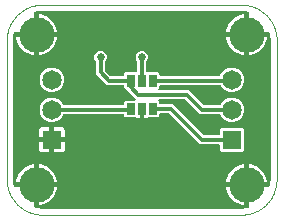
<source format=gtl>
G04 EAGLE Gerber RS-274X export*
G75*
%MOMM*%
%FSLAX35Y35*%
%LPD*%
%INcopper_top*%
%IPPOS*%
%AMOC8*
5,1,8,0,0,1.08239X$1,22.5*%
G01*
%ADD10C,0.000000*%
%ADD11R,0.700000X1.000000*%
%ADD12R,1.650000X1.650000*%
%ADD13C,1.650000*%
%ADD14C,0.350000*%
%ADD15C,0.650000*%
%ADD16C,3.000000*%

G36*
X3762753Y812060D02*
X3762753Y812060D01*
X3763121Y812031D01*
X3800646Y814983D01*
X3802048Y815297D01*
X3802951Y815441D01*
X3823088Y821980D01*
X3823524Y822194D01*
X3823993Y822323D01*
X3824786Y822812D01*
X3825621Y823221D01*
X3825980Y823548D01*
X3826394Y823803D01*
X3827019Y824494D01*
X3827707Y825121D01*
X3827961Y825535D01*
X3828287Y825896D01*
X3828694Y826734D01*
X3829180Y827527D01*
X3829307Y827996D01*
X3829520Y828433D01*
X3829646Y829240D01*
X3829921Y830249D01*
X3829910Y830923D01*
X3829999Y831491D01*
X3829999Y996001D01*
X3993402Y996001D01*
X3993878Y996068D01*
X3994360Y996047D01*
X3995271Y996267D01*
X3996195Y996399D01*
X3996633Y996597D01*
X3997103Y996711D01*
X3997914Y997176D01*
X3998765Y997561D01*
X3999132Y997874D01*
X3999550Y998114D01*
X4000198Y998787D01*
X4000909Y999395D01*
X4001173Y999798D01*
X4001508Y1000145D01*
X4001879Y1000875D01*
X4002455Y1001755D01*
X4002651Y1002394D01*
X4002910Y1002904D01*
X4008863Y1021189D01*
X4009112Y1022609D01*
X4009323Y1023493D01*
X4012305Y1061015D01*
X4012279Y1061433D01*
X4012337Y1061799D01*
X4012357Y1086605D01*
X4012365Y1086657D01*
X4013658Y2236075D01*
X4013658Y2236076D01*
X4013662Y2239739D01*
X4013603Y2240155D01*
X4013632Y2240524D01*
X4010714Y2278096D01*
X4010400Y2279506D01*
X4010257Y2280404D01*
X4004206Y2299081D01*
X4003992Y2299519D01*
X4003861Y2299993D01*
X4003373Y2300784D01*
X4002967Y2301616D01*
X4002638Y2301977D01*
X4002381Y2302394D01*
X4001693Y2303017D01*
X4001069Y2303703D01*
X4000652Y2303958D01*
X4000288Y2304287D01*
X3999453Y2304693D01*
X3998663Y2305177D01*
X3998192Y2305306D01*
X3997751Y2305520D01*
X3996948Y2305646D01*
X3995942Y2305921D01*
X3995264Y2305909D01*
X3994694Y2305999D01*
X3829999Y2305999D01*
X3829999Y2470941D01*
X3829930Y2471421D01*
X3829952Y2471904D01*
X3829732Y2472812D01*
X3829601Y2473734D01*
X3829402Y2474175D01*
X3829287Y2474646D01*
X3828822Y2475456D01*
X3828438Y2476305D01*
X3828123Y2476673D01*
X3827883Y2477093D01*
X3827211Y2477739D01*
X3826604Y2478449D01*
X3826199Y2478714D01*
X3825851Y2479050D01*
X3825122Y2479420D01*
X3824244Y2479995D01*
X3823603Y2480191D01*
X3823091Y2480451D01*
X3804326Y2486552D01*
X3802904Y2486800D01*
X3802018Y2487011D01*
X3764449Y2489968D01*
X3764031Y2489942D01*
X3763665Y2489999D01*
X3763176Y2489999D01*
X3738817Y2489998D01*
X3738811Y2489999D01*
X2078000Y2489999D01*
X2077584Y2489940D01*
X2077215Y2489968D01*
X2039671Y2487014D01*
X2038268Y2486700D01*
X2037366Y2486555D01*
X2018910Y2480559D01*
X2018475Y2480345D01*
X2018007Y2480216D01*
X2017213Y2479727D01*
X2016377Y2479317D01*
X2016018Y2478990D01*
X2015605Y2478736D01*
X2014980Y2478045D01*
X2014291Y2477417D01*
X2014038Y2477004D01*
X2013712Y2476643D01*
X2013305Y2475804D01*
X2012819Y2475011D01*
X2012692Y2474543D01*
X2012479Y2474106D01*
X2012353Y2473299D01*
X2012078Y2472288D01*
X2012089Y2471616D01*
X2012001Y2471049D01*
X2012001Y2305999D01*
X1846951Y2305999D01*
X1846471Y2305930D01*
X1845986Y2305952D01*
X1845079Y2305732D01*
X1844158Y2305601D01*
X1843716Y2305401D01*
X1843244Y2305286D01*
X1842437Y2304823D01*
X1841587Y2304438D01*
X1841219Y2304123D01*
X1840798Y2303882D01*
X1840152Y2303210D01*
X1839443Y2302604D01*
X1839178Y2302198D01*
X1838841Y2301849D01*
X1838472Y2301122D01*
X1837898Y2300244D01*
X1837701Y2299601D01*
X1837441Y2299089D01*
X1831444Y2280634D01*
X1831196Y2279211D01*
X1830986Y2278328D01*
X1828031Y2240784D01*
X1828058Y2240366D01*
X1828000Y2240000D01*
X1828000Y1062000D01*
X1828060Y1061584D01*
X1828031Y1061216D01*
X1830986Y1023671D01*
X1831300Y1022268D01*
X1831444Y1021366D01*
X1837441Y1002910D01*
X1837654Y1002475D01*
X1837783Y1002007D01*
X1838273Y1001213D01*
X1838683Y1000377D01*
X1839009Y1000018D01*
X1839264Y999605D01*
X1839955Y998980D01*
X1840583Y998291D01*
X1840996Y998038D01*
X1841356Y997712D01*
X1842195Y997305D01*
X1842989Y996819D01*
X1843457Y996692D01*
X1843894Y996479D01*
X1844701Y996353D01*
X1845711Y996078D01*
X1846384Y996089D01*
X1846951Y996001D01*
X2012001Y996001D01*
X2012001Y830951D01*
X2012069Y830471D01*
X2012047Y829986D01*
X2012268Y829079D01*
X2012399Y828158D01*
X2012599Y827716D01*
X2012713Y827244D01*
X2013177Y826437D01*
X2013561Y825587D01*
X2013876Y825219D01*
X2014118Y824798D01*
X2014789Y824152D01*
X2015395Y823443D01*
X2015801Y823178D01*
X2016150Y822841D01*
X2016878Y822472D01*
X2017755Y821898D01*
X2018398Y821701D01*
X2018910Y821441D01*
X2037365Y815444D01*
X2038788Y815196D01*
X2039671Y814986D01*
X2077215Y812031D01*
X2077634Y812058D01*
X2078000Y812000D01*
X3762337Y812000D01*
X3762753Y812060D01*
G37*
%LPC*%
G36*
X3592215Y1294499D02*
X3592215Y1294499D01*
X3580499Y1306215D01*
X3580499Y1349500D01*
X3580409Y1350134D01*
X3580418Y1350774D01*
X3580211Y1351524D01*
X3580101Y1352293D01*
X3579838Y1352875D01*
X3579668Y1353493D01*
X3579259Y1354156D01*
X3578939Y1354864D01*
X3578523Y1355350D01*
X3578187Y1355895D01*
X3577610Y1356417D01*
X3577105Y1357008D01*
X3576570Y1357358D01*
X3576095Y1357788D01*
X3575394Y1358128D01*
X3574745Y1358553D01*
X3574134Y1358741D01*
X3573557Y1359021D01*
X3572863Y1359129D01*
X3572047Y1359379D01*
X3571193Y1359391D01*
X3570500Y1359499D01*
X3413467Y1359499D01*
X3155395Y1617571D01*
X3154630Y1618145D01*
X3153919Y1618788D01*
X3153505Y1618989D01*
X3153139Y1619264D01*
X3152245Y1619601D01*
X3151382Y1620021D01*
X3150958Y1620087D01*
X3150499Y1620260D01*
X3149214Y1620360D01*
X3148325Y1620499D01*
X3081000Y1620499D01*
X3080366Y1620409D01*
X3079726Y1620418D01*
X3078976Y1620211D01*
X3078207Y1620101D01*
X3077624Y1619838D01*
X3077006Y1619668D01*
X3076343Y1619259D01*
X3075636Y1618939D01*
X3075150Y1618523D01*
X3074605Y1618187D01*
X3074083Y1617610D01*
X3073492Y1617105D01*
X3073142Y1616570D01*
X3072712Y1616095D01*
X3072372Y1615394D01*
X3071946Y1614745D01*
X3071759Y1614134D01*
X3071479Y1613557D01*
X3071370Y1612863D01*
X3071121Y1612047D01*
X3071109Y1611193D01*
X3071000Y1610500D01*
X3071000Y1599715D01*
X3059284Y1587999D01*
X2974838Y1587999D01*
X2973787Y1587850D01*
X2972725Y1587774D01*
X2972415Y1587654D01*
X2972045Y1587601D01*
X2970685Y1586986D01*
X2969838Y1586660D01*
X2965805Y1584331D01*
X2959343Y1582599D01*
X2938499Y1582599D01*
X2938499Y1650498D01*
X2938409Y1651132D01*
X2938418Y1651772D01*
X2938211Y1652522D01*
X2938101Y1653291D01*
X2937838Y1653873D01*
X2937668Y1654491D01*
X2937259Y1655154D01*
X2936939Y1655862D01*
X2936523Y1656348D01*
X2936187Y1656893D01*
X2935610Y1657414D01*
X2935105Y1658005D01*
X2934570Y1658356D01*
X2934095Y1658786D01*
X2933394Y1659126D01*
X2932745Y1659551D01*
X2932134Y1659738D01*
X2931557Y1660018D01*
X2930863Y1660127D01*
X2930047Y1660377D01*
X2929193Y1660389D01*
X2928500Y1660497D01*
X2913499Y1660497D01*
X2912866Y1660407D01*
X2912226Y1660416D01*
X2911476Y1660209D01*
X2910706Y1660099D01*
X2910124Y1659836D01*
X2909506Y1659665D01*
X2908843Y1659257D01*
X2908136Y1658937D01*
X2907650Y1658521D01*
X2907104Y1658185D01*
X2906583Y1657608D01*
X2905992Y1657103D01*
X2905641Y1656568D01*
X2905212Y1656093D01*
X2904871Y1655392D01*
X2904446Y1654743D01*
X2904259Y1654132D01*
X2903979Y1653555D01*
X2903870Y1652861D01*
X2903620Y1652045D01*
X2903608Y1651191D01*
X2903500Y1650498D01*
X2903500Y1582599D01*
X2882656Y1582599D01*
X2876195Y1584331D01*
X2872161Y1586660D01*
X2871176Y1587056D01*
X2870219Y1587521D01*
X2869891Y1587572D01*
X2869543Y1587712D01*
X2868057Y1587859D01*
X2867162Y1587999D01*
X2782715Y1587999D01*
X2770999Y1599715D01*
X2770999Y1603500D01*
X2770909Y1604134D01*
X2770918Y1604774D01*
X2770711Y1605524D01*
X2770601Y1606293D01*
X2770338Y1606875D01*
X2770168Y1607493D01*
X2769759Y1608156D01*
X2769439Y1608864D01*
X2769023Y1609350D01*
X2768687Y1609895D01*
X2768110Y1610417D01*
X2767605Y1611008D01*
X2767070Y1611358D01*
X2766595Y1611788D01*
X2765894Y1612128D01*
X2765245Y1612553D01*
X2764634Y1612741D01*
X2764057Y1613021D01*
X2763363Y1613129D01*
X2762547Y1613379D01*
X2761693Y1613391D01*
X2761000Y1613499D01*
X2261093Y1613499D01*
X2261003Y1613487D01*
X2260912Y1613498D01*
X2259606Y1613287D01*
X2258300Y1613101D01*
X2258217Y1613063D01*
X2258127Y1613049D01*
X2256937Y1612485D01*
X2255730Y1611939D01*
X2255660Y1611879D01*
X2255578Y1611840D01*
X2254592Y1610965D01*
X2253586Y1610105D01*
X2253536Y1610028D01*
X2253468Y1609968D01*
X2253077Y1609328D01*
X2252040Y1607745D01*
X2251969Y1607513D01*
X2251855Y1607327D01*
X2245896Y1592938D01*
X2217062Y1564104D01*
X2179389Y1548499D01*
X2138611Y1548499D01*
X2100938Y1564104D01*
X2072104Y1592938D01*
X2056499Y1630611D01*
X2056499Y1671389D01*
X2072104Y1709062D01*
X2100938Y1737896D01*
X2138611Y1753500D01*
X2179389Y1753500D01*
X2217062Y1737896D01*
X2245896Y1709062D01*
X2251855Y1694673D01*
X2251901Y1694595D01*
X2251926Y1694506D01*
X2252621Y1693378D01*
X2253292Y1692245D01*
X2253358Y1692182D01*
X2253406Y1692105D01*
X2254384Y1691220D01*
X2255349Y1690315D01*
X2255431Y1690273D01*
X2255499Y1690212D01*
X2256690Y1689633D01*
X2257864Y1689036D01*
X2257953Y1689019D01*
X2258036Y1688979D01*
X2258779Y1688863D01*
X2260636Y1688511D01*
X2260879Y1688534D01*
X2261093Y1688500D01*
X2761000Y1688500D01*
X2761634Y1688591D01*
X2762274Y1688582D01*
X2763024Y1688789D01*
X2763793Y1688898D01*
X2764375Y1689162D01*
X2764993Y1689332D01*
X2765656Y1689741D01*
X2766364Y1690061D01*
X2766850Y1690476D01*
X2767395Y1690813D01*
X2767917Y1691389D01*
X2768508Y1691895D01*
X2768858Y1692430D01*
X2769288Y1692905D01*
X2769628Y1693605D01*
X2770053Y1694255D01*
X2770241Y1694866D01*
X2770521Y1695443D01*
X2770629Y1696136D01*
X2770879Y1696953D01*
X2770891Y1697806D01*
X2770999Y1698500D01*
X2770999Y1716284D01*
X2782715Y1728000D01*
X2862325Y1728000D01*
X2862643Y1728046D01*
X2862963Y1728021D01*
X2864036Y1728244D01*
X2865118Y1728398D01*
X2865411Y1728531D01*
X2865726Y1728596D01*
X2866692Y1729110D01*
X2867689Y1729561D01*
X2867933Y1729770D01*
X2868217Y1729920D01*
X2869000Y1730683D01*
X2869833Y1731395D01*
X2870009Y1731664D01*
X2870239Y1731888D01*
X2870779Y1732839D01*
X2871379Y1733755D01*
X2871473Y1734062D01*
X2871631Y1734341D01*
X2871883Y1735404D01*
X2872204Y1736453D01*
X2872209Y1736774D01*
X2872283Y1737086D01*
X2872228Y1738178D01*
X2872243Y1739273D01*
X2872158Y1739583D01*
X2872142Y1739904D01*
X2871785Y1740935D01*
X2871493Y1741993D01*
X2871324Y1742268D01*
X2871219Y1742570D01*
X2870690Y1743296D01*
X2870013Y1744395D01*
X2869648Y1744724D01*
X2869396Y1745070D01*
X2849071Y1765395D01*
X2789395Y1825071D01*
X2788630Y1825645D01*
X2787919Y1826288D01*
X2787505Y1826489D01*
X2787139Y1826764D01*
X2786245Y1827101D01*
X2785382Y1827521D01*
X2784958Y1827587D01*
X2784499Y1827760D01*
X2783214Y1827860D01*
X2782788Y1827927D01*
X2770999Y1839715D01*
X2770999Y1850500D01*
X2770909Y1851134D01*
X2770918Y1851774D01*
X2770711Y1852524D01*
X2770601Y1853293D01*
X2770338Y1853875D01*
X2770168Y1854493D01*
X2769759Y1855156D01*
X2769439Y1855864D01*
X2769023Y1856350D01*
X2768687Y1856895D01*
X2768110Y1857417D01*
X2767605Y1858008D01*
X2767070Y1858358D01*
X2766595Y1858788D01*
X2765894Y1859128D01*
X2765245Y1859553D01*
X2764634Y1859741D01*
X2764057Y1860021D01*
X2763363Y1860129D01*
X2762547Y1860379D01*
X2761693Y1860391D01*
X2761000Y1860499D01*
X2626967Y1860499D01*
X2534499Y1952967D01*
X2534499Y2054612D01*
X2534364Y2055560D01*
X2534316Y2056516D01*
X2534166Y2056949D01*
X2534101Y2057405D01*
X2533707Y2058278D01*
X2533394Y2059182D01*
X2533141Y2059528D01*
X2532939Y2059975D01*
X2532101Y2060955D01*
X2531571Y2061682D01*
X2527492Y2065761D01*
X2519499Y2085057D01*
X2519499Y2105943D01*
X2527492Y2125239D01*
X2542261Y2140008D01*
X2561557Y2148000D01*
X2582443Y2148000D01*
X2601739Y2140008D01*
X2616508Y2125239D01*
X2624500Y2105943D01*
X2624500Y2085057D01*
X2616508Y2065761D01*
X2612429Y2061682D01*
X2611855Y2060917D01*
X2611212Y2060206D01*
X2611011Y2059792D01*
X2610736Y2059426D01*
X2610398Y2058532D01*
X2609979Y2057669D01*
X2609913Y2057245D01*
X2609740Y2056786D01*
X2609640Y2055501D01*
X2609500Y2054612D01*
X2609500Y1988175D01*
X2609636Y1987226D01*
X2609683Y1986271D01*
X2609833Y1985837D01*
X2609898Y1985382D01*
X2610293Y1984509D01*
X2610606Y1983605D01*
X2610858Y1983258D01*
X2611061Y1982811D01*
X2611899Y1981831D01*
X2612429Y1981104D01*
X2655104Y1938429D01*
X2655869Y1937855D01*
X2656580Y1937212D01*
X2656994Y1937011D01*
X2657361Y1936736D01*
X2658255Y1936398D01*
X2659118Y1935979D01*
X2659542Y1935913D01*
X2660000Y1935740D01*
X2661286Y1935640D01*
X2662175Y1935500D01*
X2761000Y1935500D01*
X2761634Y1935591D01*
X2762274Y1935582D01*
X2763024Y1935789D01*
X2763793Y1935898D01*
X2764375Y1936162D01*
X2764993Y1936332D01*
X2765656Y1936741D01*
X2766364Y1937061D01*
X2766850Y1937476D01*
X2767395Y1937813D01*
X2767917Y1938389D01*
X2768508Y1938895D01*
X2768858Y1939430D01*
X2769288Y1939905D01*
X2769628Y1940605D01*
X2770053Y1941255D01*
X2770241Y1941866D01*
X2770521Y1942443D01*
X2770629Y1943136D01*
X2770879Y1943953D01*
X2770891Y1944806D01*
X2770999Y1945500D01*
X2770999Y1956284D01*
X2782715Y1968000D01*
X2873029Y1968000D01*
X2873500Y1967927D01*
X2873807Y1967970D01*
X2874117Y1967946D01*
X2874442Y1968013D01*
X2874774Y1968008D01*
X2875524Y1968215D01*
X2876293Y1968325D01*
X2876577Y1968453D01*
X2876880Y1968515D01*
X2877172Y1968670D01*
X2877493Y1968758D01*
X2878156Y1969167D01*
X2878864Y1969487D01*
X2879101Y1969689D01*
X2879374Y1969834D01*
X2879611Y1970064D01*
X2879895Y1970239D01*
X2880417Y1970816D01*
X2881008Y1971321D01*
X2881178Y1971582D01*
X2881400Y1971797D01*
X2881564Y1972084D01*
X2881788Y1972331D01*
X2882128Y1973032D01*
X2882553Y1973681D01*
X2882645Y1973979D01*
X2882798Y1974248D01*
X2882875Y1974568D01*
X2883021Y1974869D01*
X2883129Y1975563D01*
X2883379Y1976379D01*
X2883383Y1976691D01*
X2883455Y1976991D01*
X2883431Y1977491D01*
X2883499Y1977926D01*
X2883499Y2054612D01*
X2883364Y2055560D01*
X2883316Y2056516D01*
X2883166Y2056949D01*
X2883101Y2057405D01*
X2882707Y2058278D01*
X2882394Y2059182D01*
X2882141Y2059528D01*
X2881939Y2059975D01*
X2881101Y2060955D01*
X2880571Y2061682D01*
X2876492Y2065761D01*
X2868499Y2085057D01*
X2868499Y2105943D01*
X2876492Y2125239D01*
X2891261Y2140008D01*
X2910557Y2148000D01*
X2931443Y2148000D01*
X2950739Y2140008D01*
X2965508Y2125239D01*
X2973500Y2105943D01*
X2973500Y2085057D01*
X2965508Y2065761D01*
X2961429Y2061682D01*
X2960855Y2060917D01*
X2960212Y2060206D01*
X2960011Y2059792D01*
X2959736Y2059426D01*
X2959398Y2058532D01*
X2958979Y2057669D01*
X2958913Y2057245D01*
X2958740Y2056786D01*
X2958640Y2055501D01*
X2958500Y2054612D01*
X2958500Y1977926D01*
X2958546Y1977608D01*
X2958521Y1977288D01*
X2958744Y1976216D01*
X2958898Y1975133D01*
X2959031Y1974840D01*
X2959096Y1974526D01*
X2959609Y1973561D01*
X2960061Y1972562D01*
X2960270Y1972318D01*
X2960420Y1972034D01*
X2961183Y1971250D01*
X2961895Y1970418D01*
X2962163Y1970243D01*
X2962387Y1970012D01*
X2963340Y1969472D01*
X2964255Y1968873D01*
X2964562Y1968778D01*
X2964841Y1968620D01*
X2965904Y1968368D01*
X2966953Y1968047D01*
X2967274Y1968043D01*
X2967586Y1967968D01*
X2968488Y1968014D01*
X2968573Y1968000D01*
X3059284Y1968000D01*
X3071000Y1956284D01*
X3071000Y1945500D01*
X3071091Y1944866D01*
X3071082Y1944226D01*
X3071289Y1943476D01*
X3071398Y1942707D01*
X3071662Y1942124D01*
X3071832Y1941506D01*
X3072241Y1940843D01*
X3072561Y1940136D01*
X3072976Y1939650D01*
X3073313Y1939105D01*
X3073889Y1938583D01*
X3074395Y1937992D01*
X3074930Y1937642D01*
X3075405Y1937212D01*
X3076105Y1936872D01*
X3076755Y1936446D01*
X3077366Y1936259D01*
X3077943Y1935979D01*
X3078636Y1935870D01*
X3079453Y1935621D01*
X3080306Y1935609D01*
X3081000Y1935500D01*
X3578007Y1935500D01*
X3578097Y1935513D01*
X3578188Y1935502D01*
X3579494Y1935713D01*
X3580800Y1935898D01*
X3580883Y1935936D01*
X3580973Y1935951D01*
X3582167Y1936517D01*
X3583370Y1937061D01*
X3583440Y1937120D01*
X3583522Y1937159D01*
X3584509Y1938035D01*
X3585514Y1938895D01*
X3585564Y1938971D01*
X3585633Y1939032D01*
X3586023Y1939672D01*
X3587060Y1941255D01*
X3587131Y1941487D01*
X3587245Y1941673D01*
X3596104Y1963062D01*
X3624938Y1991896D01*
X3662611Y2007500D01*
X3703389Y2007500D01*
X3741062Y1991896D01*
X3769896Y1963062D01*
X3785500Y1925389D01*
X3785500Y1884611D01*
X3769896Y1846938D01*
X3741062Y1818104D01*
X3703389Y1802499D01*
X3662611Y1802499D01*
X3624938Y1818104D01*
X3596104Y1846938D01*
X3593044Y1854327D01*
X3592998Y1854404D01*
X3592973Y1854493D01*
X3592273Y1855628D01*
X3591607Y1856755D01*
X3591541Y1856817D01*
X3591493Y1856895D01*
X3590511Y1857783D01*
X3589550Y1858685D01*
X3589468Y1858727D01*
X3589400Y1858788D01*
X3588209Y1859367D01*
X3587035Y1859963D01*
X3586946Y1859980D01*
X3586863Y1860021D01*
X3586119Y1860137D01*
X3584263Y1860489D01*
X3584020Y1860466D01*
X3583806Y1860499D01*
X3081000Y1860499D01*
X3080366Y1860409D01*
X3079726Y1860418D01*
X3078976Y1860211D01*
X3078207Y1860101D01*
X3077624Y1859838D01*
X3077006Y1859668D01*
X3076343Y1859259D01*
X3075636Y1858939D01*
X3075150Y1858523D01*
X3074605Y1858187D01*
X3074083Y1857610D01*
X3073492Y1857105D01*
X3073142Y1856570D01*
X3072712Y1856095D01*
X3072372Y1855394D01*
X3071946Y1854745D01*
X3071759Y1854134D01*
X3071479Y1853557D01*
X3071370Y1852863D01*
X3071121Y1852047D01*
X3071109Y1851193D01*
X3071000Y1850500D01*
X3071000Y1839715D01*
X3063855Y1832570D01*
X3063662Y1832314D01*
X3063418Y1832105D01*
X3062819Y1831189D01*
X3062162Y1830314D01*
X3062048Y1830013D01*
X3061872Y1829745D01*
X3061552Y1828698D01*
X3061166Y1827674D01*
X3061141Y1827354D01*
X3061047Y1827047D01*
X3061032Y1825953D01*
X3060947Y1824862D01*
X3061012Y1824546D01*
X3061008Y1824226D01*
X3061298Y1823173D01*
X3061522Y1822100D01*
X3061673Y1821816D01*
X3061758Y1821506D01*
X3062333Y1820574D01*
X3062846Y1819608D01*
X3063070Y1819378D01*
X3063238Y1819105D01*
X3064050Y1818371D01*
X3064813Y1817586D01*
X3065093Y1817427D01*
X3065331Y1817212D01*
X3066315Y1816733D01*
X3067267Y1816194D01*
X3067579Y1816120D01*
X3067868Y1815979D01*
X3068759Y1815840D01*
X3070012Y1815542D01*
X3070502Y1815567D01*
X3070926Y1815500D01*
X3317533Y1815500D01*
X3441604Y1691429D01*
X3442369Y1690855D01*
X3443080Y1690212D01*
X3443494Y1690011D01*
X3443861Y1689736D01*
X3444755Y1689398D01*
X3445618Y1688979D01*
X3446042Y1688913D01*
X3446500Y1688740D01*
X3447786Y1688640D01*
X3448675Y1688500D01*
X3580906Y1688500D01*
X3580997Y1688513D01*
X3581088Y1688502D01*
X3582394Y1688713D01*
X3583699Y1688898D01*
X3583783Y1688936D01*
X3583873Y1688951D01*
X3585063Y1689515D01*
X3586270Y1690061D01*
X3586340Y1690120D01*
X3586422Y1690159D01*
X3587408Y1691034D01*
X3588414Y1691895D01*
X3588464Y1691971D01*
X3588532Y1692032D01*
X3588923Y1692672D01*
X3589960Y1694255D01*
X3590031Y1694487D01*
X3590144Y1694673D01*
X3596104Y1709062D01*
X3624938Y1737896D01*
X3662611Y1753500D01*
X3703389Y1753500D01*
X3741062Y1737896D01*
X3769896Y1709062D01*
X3785500Y1671389D01*
X3785500Y1630611D01*
X3769896Y1592938D01*
X3741062Y1564104D01*
X3703389Y1548499D01*
X3662611Y1548499D01*
X3624938Y1564104D01*
X3596104Y1592938D01*
X3590144Y1607327D01*
X3590098Y1607404D01*
X3590074Y1607493D01*
X3589378Y1608622D01*
X3588708Y1609755D01*
X3588641Y1609818D01*
X3588593Y1609895D01*
X3587616Y1610780D01*
X3586650Y1611685D01*
X3586569Y1611727D01*
X3586501Y1611788D01*
X3585309Y1612367D01*
X3584136Y1612963D01*
X3584046Y1612980D01*
X3583963Y1613021D01*
X3583221Y1613137D01*
X3581364Y1613489D01*
X3581121Y1613466D01*
X3580906Y1613499D01*
X3413467Y1613499D01*
X3289395Y1737571D01*
X3288630Y1738145D01*
X3287919Y1738788D01*
X3287505Y1738989D01*
X3287139Y1739264D01*
X3286245Y1739601D01*
X3285382Y1740021D01*
X3284958Y1740087D01*
X3284499Y1740260D01*
X3283214Y1740360D01*
X3282325Y1740499D01*
X3070926Y1740499D01*
X3070608Y1740454D01*
X3070287Y1740479D01*
X3069214Y1740255D01*
X3068133Y1740101D01*
X3067840Y1739969D01*
X3067525Y1739903D01*
X3066559Y1739390D01*
X3065562Y1738939D01*
X3065318Y1738730D01*
X3065034Y1738579D01*
X3064251Y1737817D01*
X3063418Y1737105D01*
X3063242Y1736836D01*
X3063012Y1736612D01*
X3062472Y1735661D01*
X3061872Y1734745D01*
X3061778Y1734438D01*
X3061620Y1734158D01*
X3061368Y1733096D01*
X3061047Y1732047D01*
X3061042Y1731725D01*
X3060968Y1731413D01*
X3061023Y1730322D01*
X3061008Y1729226D01*
X3061093Y1728916D01*
X3061109Y1728596D01*
X3061467Y1727563D01*
X3061758Y1726507D01*
X3061927Y1726233D01*
X3062032Y1725930D01*
X3062561Y1725204D01*
X3063238Y1724105D01*
X3063603Y1723776D01*
X3063855Y1723429D01*
X3071000Y1716284D01*
X3071000Y1705500D01*
X3071091Y1704866D01*
X3071082Y1704226D01*
X3071289Y1703476D01*
X3071398Y1702707D01*
X3071662Y1702124D01*
X3071832Y1701506D01*
X3072241Y1700843D01*
X3072561Y1700136D01*
X3072976Y1699650D01*
X3073313Y1699105D01*
X3073889Y1698583D01*
X3074395Y1697992D01*
X3074930Y1697642D01*
X3075405Y1697212D01*
X3076105Y1696872D01*
X3076755Y1696446D01*
X3077366Y1696259D01*
X3077943Y1695979D01*
X3078636Y1695870D01*
X3079453Y1695621D01*
X3080306Y1695609D01*
X3081000Y1695500D01*
X3183533Y1695500D01*
X3441604Y1437429D01*
X3442369Y1436855D01*
X3443080Y1436212D01*
X3443494Y1436011D01*
X3443861Y1435736D01*
X3444755Y1435398D01*
X3445618Y1434979D01*
X3446042Y1434913D01*
X3446500Y1434740D01*
X3447786Y1434640D01*
X3448675Y1434500D01*
X3570500Y1434500D01*
X3571134Y1434591D01*
X3571774Y1434582D01*
X3572524Y1434789D01*
X3573293Y1434898D01*
X3573875Y1435162D01*
X3574493Y1435332D01*
X3575156Y1435741D01*
X3575864Y1436061D01*
X3576350Y1436476D01*
X3576895Y1436813D01*
X3577417Y1437389D01*
X3578008Y1437895D01*
X3578358Y1438430D01*
X3578788Y1438905D01*
X3579128Y1439605D01*
X3579553Y1440255D01*
X3579741Y1440866D01*
X3580021Y1441443D01*
X3580129Y1442136D01*
X3580379Y1442953D01*
X3580391Y1443806D01*
X3580499Y1444500D01*
X3580499Y1487784D01*
X3592215Y1499500D01*
X3773784Y1499500D01*
X3785500Y1487784D01*
X3785500Y1306215D01*
X3773784Y1294499D01*
X3592215Y1294499D01*
G37*
%LPD*%
%LPC*%
G36*
X2138611Y1802499D02*
X2138611Y1802499D01*
X2100938Y1818104D01*
X2072104Y1846938D01*
X2056499Y1884611D01*
X2056499Y1925389D01*
X2072104Y1963062D01*
X2100938Y1991896D01*
X2138611Y2007500D01*
X2179389Y2007500D01*
X2217062Y1991896D01*
X2245896Y1963062D01*
X2261500Y1925389D01*
X2261500Y1884611D01*
X2245896Y1846938D01*
X2217062Y1818104D01*
X2179389Y1802499D01*
X2138611Y1802499D01*
G37*
%LPD*%
%LPC*%
G36*
X2051999Y2305999D02*
X2051999Y2305999D01*
X2051999Y2460281D01*
X2066291Y2458399D01*
X2088503Y2452448D01*
X2109744Y2443649D01*
X2129656Y2432153D01*
X2147898Y2418156D01*
X2164156Y2401898D01*
X2178153Y2383656D01*
X2189649Y2363744D01*
X2198448Y2342503D01*
X2204399Y2320291D01*
X2206281Y2305999D01*
X2051999Y2305999D01*
G37*
%LPD*%
%LPC*%
G36*
X2051999Y1035999D02*
X2051999Y1035999D01*
X2051999Y1190281D01*
X2066291Y1188399D01*
X2088503Y1182448D01*
X2109744Y1173649D01*
X2129656Y1162153D01*
X2147898Y1148156D01*
X2164156Y1131898D01*
X2178153Y1113656D01*
X2189649Y1093744D01*
X2198448Y1072503D01*
X2204399Y1050291D01*
X2206281Y1035999D01*
X2051999Y1035999D01*
G37*
%LPD*%
%LPC*%
G36*
X3829999Y1035999D02*
X3829999Y1035999D01*
X3829999Y1190281D01*
X3844291Y1188399D01*
X3866503Y1182448D01*
X3887744Y1173649D01*
X3907656Y1162153D01*
X3925898Y1148156D01*
X3942156Y1131898D01*
X3956153Y1113656D01*
X3967649Y1093744D01*
X3976448Y1072503D01*
X3982399Y1050291D01*
X3984281Y1035999D01*
X3829999Y1035999D01*
G37*
%LPD*%
%LPC*%
G36*
X3635719Y2305999D02*
X3635719Y2305999D01*
X3637600Y2320291D01*
X3643552Y2342503D01*
X3652350Y2363744D01*
X3663847Y2383656D01*
X3677844Y2401898D01*
X3694102Y2418156D01*
X3712344Y2432153D01*
X3732256Y2443649D01*
X3753497Y2452448D01*
X3775709Y2458399D01*
X3790001Y2460281D01*
X3790001Y2305999D01*
X3635719Y2305999D01*
G37*
%LPD*%
%LPC*%
G36*
X3829999Y2266001D02*
X3829999Y2266001D01*
X3984281Y2266001D01*
X3982399Y2251709D01*
X3976448Y2229497D01*
X3967649Y2208256D01*
X3956153Y2188344D01*
X3942156Y2170102D01*
X3925898Y2153844D01*
X3907656Y2139847D01*
X3887744Y2128350D01*
X3866503Y2119552D01*
X3844291Y2113600D01*
X3829999Y2111719D01*
X3829999Y2266001D01*
G37*
%LPD*%
%LPC*%
G36*
X2051999Y2266001D02*
X2051999Y2266001D01*
X2206281Y2266001D01*
X2204399Y2251709D01*
X2198448Y2229497D01*
X2189649Y2208256D01*
X2178153Y2188344D01*
X2164156Y2170102D01*
X2147898Y2153844D01*
X2129656Y2139847D01*
X2109744Y2128350D01*
X2088503Y2119552D01*
X2066291Y2113600D01*
X2051999Y2111719D01*
X2051999Y2266001D01*
G37*
%LPD*%
%LPC*%
G36*
X1857719Y1035999D02*
X1857719Y1035999D01*
X1859600Y1050291D01*
X1865552Y1072503D01*
X1874350Y1093744D01*
X1885847Y1113656D01*
X1899844Y1131898D01*
X1916102Y1148156D01*
X1934344Y1162153D01*
X1954256Y1173649D01*
X1975497Y1182448D01*
X1997709Y1188399D01*
X2012001Y1190281D01*
X2012001Y1035999D01*
X1857719Y1035999D01*
G37*
%LPD*%
%LPC*%
G36*
X3635719Y1035999D02*
X3635719Y1035999D01*
X3637600Y1050291D01*
X3643552Y1072503D01*
X3652350Y1093744D01*
X3663847Y1113656D01*
X3677844Y1131898D01*
X3694102Y1148156D01*
X3712344Y1162153D01*
X3732256Y1173649D01*
X3753497Y1182448D01*
X3775709Y1188399D01*
X3790001Y1190281D01*
X3790001Y1035999D01*
X3635719Y1035999D01*
G37*
%LPD*%
%LPC*%
G36*
X2051999Y996001D02*
X2051999Y996001D01*
X2206281Y996001D01*
X2204399Y981709D01*
X2198448Y959497D01*
X2189649Y938256D01*
X2178153Y918344D01*
X2164156Y900102D01*
X2147898Y883844D01*
X2129656Y869847D01*
X2109744Y858350D01*
X2088503Y849552D01*
X2066291Y843600D01*
X2051999Y841719D01*
X2051999Y996001D01*
G37*
%LPD*%
%LPC*%
G36*
X3775709Y2113600D02*
X3775709Y2113600D01*
X3753497Y2119552D01*
X3732256Y2128350D01*
X3712344Y2139847D01*
X3694102Y2153844D01*
X3677844Y2170102D01*
X3663847Y2188344D01*
X3652350Y2208256D01*
X3643552Y2229497D01*
X3637600Y2251709D01*
X3635719Y2266001D01*
X3790001Y2266001D01*
X3790001Y2111719D01*
X3775709Y2113600D01*
G37*
%LPD*%
%LPC*%
G36*
X1997709Y2113600D02*
X1997709Y2113600D01*
X1975497Y2119552D01*
X1954256Y2128350D01*
X1934344Y2139847D01*
X1916102Y2153844D01*
X1899844Y2170102D01*
X1885847Y2188344D01*
X1874350Y2208256D01*
X1865552Y2229497D01*
X1859600Y2251709D01*
X1857719Y2266001D01*
X2012001Y2266001D01*
X2012001Y2111719D01*
X1997709Y2113600D01*
G37*
%LPD*%
%LPC*%
G36*
X3775709Y843600D02*
X3775709Y843600D01*
X3753497Y849552D01*
X3732256Y858350D01*
X3712344Y869847D01*
X3694102Y883844D01*
X3677844Y900102D01*
X3663847Y918344D01*
X3652350Y938256D01*
X3643552Y959497D01*
X3637600Y981709D01*
X3635719Y996001D01*
X3790001Y996001D01*
X3790001Y841719D01*
X3775709Y843600D01*
G37*
%LPD*%
%LPC*%
G36*
X2178999Y1416999D02*
X2178999Y1416999D01*
X2178999Y1504900D01*
X2244843Y1504900D01*
X2251305Y1503169D01*
X2257096Y1499825D01*
X2261825Y1495096D01*
X2265169Y1489305D01*
X2266900Y1482843D01*
X2266900Y1416999D01*
X2178999Y1416999D01*
G37*
%LPD*%
%LPC*%
G36*
X2051099Y1416999D02*
X2051099Y1416999D01*
X2051099Y1482843D01*
X2052831Y1489305D01*
X2056174Y1495096D01*
X2060903Y1499825D01*
X2066695Y1503169D01*
X2073156Y1504900D01*
X2139001Y1504900D01*
X2139001Y1416999D01*
X2051099Y1416999D01*
G37*
%LPD*%
%LPC*%
G36*
X2178999Y1289099D02*
X2178999Y1289099D01*
X2178999Y1377001D01*
X2266900Y1377001D01*
X2266900Y1311156D01*
X2265169Y1304695D01*
X2261825Y1298903D01*
X2257096Y1294174D01*
X2251305Y1290831D01*
X2244843Y1289099D01*
X2178999Y1289099D01*
G37*
%LPD*%
%LPC*%
G36*
X2073156Y1289099D02*
X2073156Y1289099D01*
X2066695Y1290831D01*
X2060903Y1294174D01*
X2056174Y1298903D01*
X2052831Y1304695D01*
X2051099Y1311156D01*
X2051099Y1377001D01*
X2139001Y1377001D01*
X2139001Y1289099D01*
X2073156Y1289099D01*
G37*
%LPD*%
%LPC*%
G36*
X3809998Y2285998D02*
X3809998Y2285998D01*
X3809998Y2286002D01*
X3810002Y2286002D01*
X3810002Y2285998D01*
X3809998Y2285998D01*
G37*
%LPD*%
%LPC*%
G36*
X2031998Y2285998D02*
X2031998Y2285998D01*
X2031998Y2286002D01*
X2032002Y2286002D01*
X2032002Y2285998D01*
X2031998Y2285998D01*
G37*
%LPD*%
%LPC*%
G36*
X2158998Y1396998D02*
X2158998Y1396998D01*
X2158998Y1397002D01*
X2159002Y1397002D01*
X2159002Y1396998D01*
X2158998Y1396998D01*
G37*
%LPD*%
%LPC*%
G36*
X3809998Y1015998D02*
X3809998Y1015998D01*
X3809998Y1016002D01*
X3810002Y1016002D01*
X3810002Y1015998D01*
X3809998Y1015998D01*
G37*
%LPD*%
%LPC*%
G36*
X2031998Y1015998D02*
X2031998Y1015998D01*
X2031998Y1016002D01*
X2032002Y1016002D01*
X2032002Y1015998D01*
X2031998Y1015998D01*
G37*
%LPD*%
D10*
X1778000Y2240000D02*
X1778000Y1062000D01*
X1778088Y1054751D01*
X1778350Y1047506D01*
X1778788Y1040270D01*
X1779401Y1033046D01*
X1780187Y1025839D01*
X1781148Y1018653D01*
X1782282Y1011493D01*
X1783589Y1004362D01*
X1785068Y997265D01*
X1786717Y990205D01*
X1788537Y983188D01*
X1790526Y976216D01*
X1792683Y969295D01*
X1795006Y962428D01*
X1797495Y955619D01*
X1800148Y948872D01*
X1802962Y942191D01*
X1805938Y935580D01*
X1809072Y929043D01*
X1812363Y922583D01*
X1815810Y916205D01*
X1819409Y909912D01*
X1823160Y903708D01*
X1827059Y897596D01*
X1831105Y891581D01*
X1835295Y885664D01*
X1839627Y879851D01*
X1844098Y874144D01*
X1848705Y868547D01*
X1853447Y863063D01*
X1858319Y857695D01*
X1863320Y852447D01*
X1868447Y847320D01*
X1873695Y842319D01*
X1879063Y837447D01*
X1884547Y832705D01*
X1890144Y828098D01*
X1895851Y823627D01*
X1901664Y819295D01*
X1907581Y815105D01*
X1913596Y811059D01*
X1919708Y807160D01*
X1925912Y803409D01*
X1932205Y799810D01*
X1938583Y796363D01*
X1945043Y793072D01*
X1951580Y789938D01*
X1958191Y786962D01*
X1964872Y784148D01*
X1971619Y781495D01*
X1978428Y779006D01*
X1985295Y776683D01*
X1992216Y774526D01*
X1999188Y772537D01*
X2006205Y770717D01*
X2013265Y769068D01*
X2020362Y767589D01*
X2027493Y766282D01*
X2034653Y765148D01*
X2041839Y764187D01*
X2049046Y763401D01*
X2056270Y762788D01*
X2063506Y762350D01*
X2070751Y762088D01*
X2078000Y762000D01*
X3762337Y762000D01*
X3769696Y762090D01*
X3777050Y762361D01*
X3784395Y762812D01*
X3791727Y763443D01*
X3799042Y764254D01*
X3806334Y765244D01*
X3813600Y766412D01*
X3820835Y767759D01*
X3828034Y769282D01*
X3835195Y770981D01*
X3842311Y772856D01*
X3849379Y774905D01*
X3856395Y777126D01*
X3863354Y779519D01*
X3870253Y782082D01*
X3877086Y784813D01*
X3883851Y787711D01*
X3890542Y790774D01*
X3897157Y794001D01*
X3903690Y797388D01*
X3910138Y800935D01*
X3916497Y804639D01*
X3922763Y808498D01*
X3928933Y812509D01*
X3935003Y816670D01*
X3940968Y820980D01*
X3946827Y825434D01*
X3952574Y830030D01*
X3958206Y834766D01*
X3963721Y839639D01*
X3969115Y844646D01*
X3974384Y849783D01*
X3979526Y855048D01*
X3984537Y860438D01*
X3989414Y865949D01*
X3994154Y871578D01*
X3998755Y877321D01*
X4003214Y883176D01*
X4007528Y889138D01*
X4011694Y895204D01*
X4015711Y901371D01*
X4019574Y907634D01*
X4023283Y913990D01*
X4026835Y920435D01*
X4030228Y926966D01*
X4033460Y933577D01*
X4036528Y940266D01*
X4039432Y947028D01*
X4042169Y953860D01*
X4044737Y960756D01*
X4047135Y967714D01*
X4049362Y974728D01*
X4051417Y981794D01*
X4053297Y988909D01*
X4055002Y996068D01*
X4056531Y1003267D01*
X4057884Y1010501D01*
X4059058Y1017765D01*
X4060054Y1025057D01*
X4060870Y1032371D01*
X4061507Y1039702D01*
X4061964Y1047047D01*
X4062241Y1054401D01*
X4062337Y1061760D01*
X4063662Y2239685D01*
X4063582Y2246939D01*
X4063327Y2254189D01*
X4062896Y2261431D01*
X4062291Y2268660D01*
X4061511Y2275872D01*
X4060557Y2283064D01*
X4059429Y2290230D01*
X4058128Y2297367D01*
X4056655Y2304471D01*
X4055010Y2311536D01*
X4053196Y2318560D01*
X4051212Y2325538D01*
X4049059Y2332466D01*
X4046740Y2339340D01*
X4044256Y2346156D01*
X4041607Y2352910D01*
X4038796Y2359598D01*
X4035823Y2366215D01*
X4032692Y2372759D01*
X4029403Y2379226D01*
X4025959Y2385611D01*
X4022362Y2391910D01*
X4018613Y2398121D01*
X4014715Y2404240D01*
X4010671Y2410262D01*
X4006482Y2416185D01*
X4002151Y2422005D01*
X3997680Y2427718D01*
X3993073Y2433322D01*
X3988331Y2438813D01*
X3983458Y2444187D01*
X3978457Y2449442D01*
X3973330Y2454574D01*
X3968080Y2459581D01*
X3962711Y2464460D01*
X3957225Y2469207D01*
X3951626Y2473821D01*
X3945918Y2478297D01*
X3940102Y2482634D01*
X3934184Y2486830D01*
X3928166Y2490881D01*
X3922051Y2494785D01*
X3915844Y2498540D01*
X3909548Y2502144D01*
X3903167Y2505595D01*
X3896704Y2508890D01*
X3890163Y2512029D01*
X3883549Y2515008D01*
X3876864Y2517826D01*
X3870113Y2520482D01*
X3863300Y2522974D01*
X3856428Y2525300D01*
X3849503Y2527460D01*
X3842527Y2529451D01*
X3835505Y2531273D01*
X3828441Y2532925D01*
X3821339Y2534405D01*
X3814203Y2535714D01*
X3807038Y2536849D01*
X3799848Y2537811D01*
X3792636Y2538599D01*
X3785407Y2539212D01*
X3778166Y2539650D01*
X3770916Y2539913D01*
X3763662Y2540000D01*
X3763663Y2540000D02*
X2078000Y2540000D01*
X2070751Y2539912D01*
X2063506Y2539650D01*
X2056270Y2539212D01*
X2049046Y2538599D01*
X2041839Y2537813D01*
X2034653Y2536852D01*
X2027493Y2535718D01*
X2020362Y2534411D01*
X2013265Y2532932D01*
X2006205Y2531283D01*
X1999188Y2529463D01*
X1992216Y2527474D01*
X1985295Y2525317D01*
X1978428Y2522994D01*
X1971619Y2520505D01*
X1964872Y2517852D01*
X1958191Y2515038D01*
X1951580Y2512062D01*
X1945043Y2508928D01*
X1938583Y2505637D01*
X1932205Y2502190D01*
X1925912Y2498591D01*
X1919708Y2494840D01*
X1913596Y2490941D01*
X1907581Y2486895D01*
X1901664Y2482705D01*
X1895851Y2478373D01*
X1890144Y2473902D01*
X1884547Y2469295D01*
X1879063Y2464553D01*
X1873695Y2459681D01*
X1868447Y2454680D01*
X1863320Y2449553D01*
X1858319Y2444305D01*
X1853447Y2438937D01*
X1848705Y2433453D01*
X1844098Y2427856D01*
X1839627Y2422149D01*
X1835295Y2416336D01*
X1831105Y2410419D01*
X1827059Y2404404D01*
X1823160Y2398292D01*
X1819409Y2392088D01*
X1815810Y2385795D01*
X1812363Y2379417D01*
X1809072Y2372957D01*
X1805938Y2366420D01*
X1802962Y2359809D01*
X1800148Y2353128D01*
X1797495Y2346381D01*
X1795006Y2339572D01*
X1792683Y2332705D01*
X1790526Y2325784D01*
X1788537Y2318812D01*
X1786717Y2311795D01*
X1785068Y2304735D01*
X1783589Y2297638D01*
X1782282Y2290507D01*
X1781148Y2283347D01*
X1780187Y2276161D01*
X1779401Y2268954D01*
X1778788Y2261730D01*
X1778350Y2254494D01*
X1778088Y2247249D01*
X1778000Y2240000D01*
D11*
X2826000Y1658000D03*
X2921000Y1658000D03*
X3016000Y1658000D03*
X2826000Y1898000D03*
X2921000Y1898000D03*
X3016000Y1898000D03*
D12*
X3683000Y1397000D03*
D13*
X3683000Y1651000D03*
X3683000Y1905000D03*
D12*
X2159000Y1397000D03*
D13*
X2159000Y1651000D03*
X2159000Y1905000D03*
D14*
X2826000Y1898000D02*
X2826000Y1841500D01*
X2889500Y1778000D01*
X3302000Y1778000D01*
X2826000Y1898000D02*
X2642500Y1898000D01*
X2572000Y1968500D01*
X2572000Y2095500D01*
D15*
X2572000Y2095500D03*
D14*
X3429000Y1651000D02*
X3683000Y1651000D01*
X3429000Y1651000D02*
X3302000Y1778000D01*
X3676000Y1898000D02*
X3683000Y1905000D01*
X3676000Y1898000D02*
X3016000Y1898000D01*
D16*
X2032000Y2286000D03*
X3810000Y2286000D03*
X2032000Y1016000D03*
X3810000Y1016000D03*
D14*
X2826000Y1658000D02*
X2819000Y1651000D01*
X2159000Y1651000D01*
X2921000Y1898000D02*
X2921000Y2095500D01*
D15*
X2921000Y2095500D03*
D14*
X3429000Y1397000D02*
X3683000Y1397000D01*
X3429000Y1397000D02*
X3168000Y1658000D01*
X3016000Y1658000D01*
M02*

</source>
